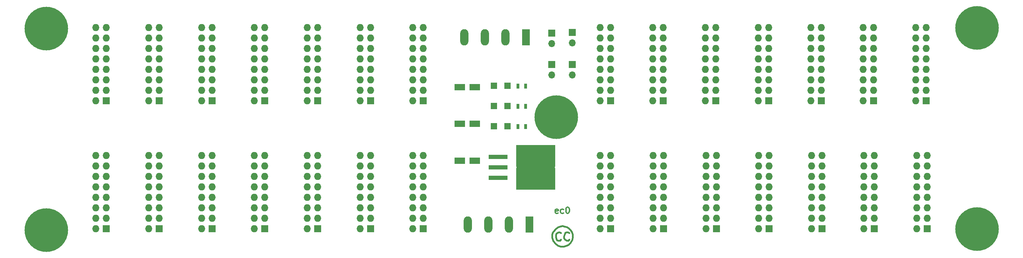
<source format=gbr>
G04 #@! TF.FileFunction,Copper,L1,Top,Signal*
%FSLAX46Y46*%
G04 Gerber Fmt 4.6, Leading zero omitted, Abs format (unit mm)*
G04 Created by KiCad (PCBNEW 4.0.7+dfsg1-1ubuntu2) date Sat Apr 28 09:11:57 2018*
%MOMM*%
%LPD*%
G01*
G04 APERTURE LIST*
%ADD10C,0.100000*%
%ADD11C,0.300000*%
%ADD12C,0.381000*%
%ADD13C,10.600000*%
%ADD14C,0.700000*%
%ADD15R,2.600000X1.600000*%
%ADD16R,1.500000X1.500000*%
%ADD17R,1.980000X3.960000*%
%ADD18O,1.980000X3.960000*%
%ADD19R,1.700000X1.700000*%
%ADD20O,1.700000X1.700000*%
%ADD21R,0.700000X1.300000*%
%ADD22R,4.600000X1.100000*%
%ADD23R,9.400000X10.800000*%
%ADD24R,4.550000X5.250000*%
%ADD25R,1.727200X1.727200*%
%ADD26O,1.727200X1.727200*%
G04 APERTURE END LIST*
D10*
D11*
X154278572Y-144507143D02*
X154135715Y-144578571D01*
X153850001Y-144578571D01*
X153707144Y-144507143D01*
X153635715Y-144364286D01*
X153635715Y-143792857D01*
X153707144Y-143650000D01*
X153850001Y-143578571D01*
X154135715Y-143578571D01*
X154278572Y-143650000D01*
X154350001Y-143792857D01*
X154350001Y-143935714D01*
X153635715Y-144078571D01*
X155635715Y-144507143D02*
X155492858Y-144578571D01*
X155207144Y-144578571D01*
X155064286Y-144507143D01*
X154992858Y-144435714D01*
X154921429Y-144292857D01*
X154921429Y-143864286D01*
X154992858Y-143721429D01*
X155064286Y-143650000D01*
X155207144Y-143578571D01*
X155492858Y-143578571D01*
X155635715Y-143650000D01*
X156564286Y-143078571D02*
X156707143Y-143078571D01*
X156850000Y-143150000D01*
X156921429Y-143221429D01*
X156992858Y-143364286D01*
X157064286Y-143650000D01*
X157064286Y-144007143D01*
X156992858Y-144292857D01*
X156921429Y-144435714D01*
X156850000Y-144507143D01*
X156707143Y-144578571D01*
X156564286Y-144578571D01*
X156421429Y-144507143D01*
X156350000Y-144435714D01*
X156278572Y-144292857D01*
X156207143Y-144007143D01*
X156207143Y-143650000D01*
X156278572Y-143364286D01*
X156350000Y-143221429D01*
X156421429Y-143150000D01*
X156564286Y-143078571D01*
D12*
X156975200Y-149399900D02*
X156876140Y-149300840D01*
X156876140Y-149300840D02*
X156675480Y-149199240D01*
X156675480Y-149199240D02*
X156375760Y-149199240D01*
X156375760Y-149199240D02*
X156076040Y-149300840D01*
X156076040Y-149300840D02*
X155875380Y-149699620D01*
X155875380Y-149699620D02*
X155773780Y-150200000D01*
X155773780Y-150200000D02*
X155773780Y-150598780D01*
X155773780Y-150598780D02*
X155974440Y-151000100D01*
X155974440Y-151000100D02*
X156375760Y-151200760D01*
X156375760Y-151200760D02*
X156573880Y-151200760D01*
X156573880Y-151200760D02*
X156876140Y-151200760D01*
X156876140Y-151200760D02*
X156975200Y-151000100D01*
X154976220Y-149399900D02*
X154874620Y-149300840D01*
X154874620Y-149300840D02*
X154574900Y-149199240D01*
X154574900Y-149199240D02*
X154176120Y-149300840D01*
X154176120Y-149300840D02*
X153873860Y-149498960D01*
X153873860Y-149498960D02*
X153774800Y-149900280D01*
X153774800Y-149900280D02*
X153774800Y-150299060D01*
X153774800Y-150299060D02*
X153873860Y-150799440D01*
X153873860Y-150799440D02*
X154074520Y-151099160D01*
X154074520Y-151099160D02*
X154374240Y-151200760D01*
X154374240Y-151200760D02*
X154775560Y-151200760D01*
X154775560Y-151200760D02*
X154976220Y-151000100D01*
X155375000Y-147700640D02*
X155275940Y-147700640D01*
X155275940Y-147700640D02*
X154673960Y-147799700D01*
X154673960Y-147799700D02*
X154176120Y-148000360D01*
X154176120Y-148000360D02*
X153675740Y-148399140D01*
X153675740Y-148399140D02*
X153175360Y-149001120D01*
X153175360Y-149001120D02*
X152974700Y-149399900D01*
X152974700Y-149399900D02*
X152875640Y-149900280D01*
X152875640Y-149900280D02*
X152875640Y-150499720D01*
X152875640Y-150499720D02*
X153073760Y-151299820D01*
X153073760Y-151299820D02*
X153675740Y-152000860D01*
X153675740Y-152000860D02*
X154176120Y-152399640D01*
X154176120Y-152399640D02*
X154874620Y-152699360D01*
X154874620Y-152699360D02*
X155674720Y-152699360D01*
X155674720Y-152699360D02*
X156274160Y-152501240D01*
X156274160Y-152501240D02*
X156876140Y-152198980D01*
X156876140Y-152198980D02*
X157373980Y-151701140D01*
X157373980Y-151701140D02*
X157775300Y-151000100D01*
X157775300Y-151000100D02*
X157874360Y-150400660D01*
X157874360Y-150400660D02*
X157874360Y-149801220D01*
X157874360Y-149801220D02*
X157676240Y-149199240D01*
X157676240Y-149199240D02*
X157373980Y-148698860D01*
X157373980Y-148698860D02*
X156876140Y-148201020D01*
X156876140Y-148201020D02*
X156375760Y-147898760D01*
X156375760Y-147898760D02*
X155974440Y-147799700D01*
X155974440Y-147799700D02*
X155375000Y-147700640D01*
X156975200Y-149399900D02*
X156876140Y-149300840D01*
X156876140Y-149300840D02*
X156675480Y-149199240D01*
X156675480Y-149199240D02*
X156375760Y-149199240D01*
X156375760Y-149199240D02*
X156076040Y-149300840D01*
X156076040Y-149300840D02*
X155875380Y-149699620D01*
X155875380Y-149699620D02*
X155773780Y-150200000D01*
X155773780Y-150200000D02*
X155773780Y-150598780D01*
X155773780Y-150598780D02*
X155974440Y-151000100D01*
X155974440Y-151000100D02*
X156375760Y-151200760D01*
X156375760Y-151200760D02*
X156573880Y-151200760D01*
X156573880Y-151200760D02*
X156876140Y-151200760D01*
X156876140Y-151200760D02*
X156975200Y-151000100D01*
X154976220Y-149399900D02*
X154874620Y-149300840D01*
X154874620Y-149300840D02*
X154574900Y-149199240D01*
X154574900Y-149199240D02*
X154176120Y-149300840D01*
X154176120Y-149300840D02*
X153873860Y-149498960D01*
X153873860Y-149498960D02*
X153774800Y-149900280D01*
X153774800Y-149900280D02*
X153774800Y-150299060D01*
X153774800Y-150299060D02*
X153873860Y-150799440D01*
X153873860Y-150799440D02*
X154074520Y-151099160D01*
X154074520Y-151099160D02*
X154374240Y-151200760D01*
X154374240Y-151200760D02*
X154775560Y-151200760D01*
X154775560Y-151200760D02*
X154976220Y-151000100D01*
X155375000Y-147700640D02*
X155275940Y-147700640D01*
X155275940Y-147700640D02*
X154673960Y-147799700D01*
X154673960Y-147799700D02*
X154176120Y-148000360D01*
X154176120Y-148000360D02*
X153675740Y-148399140D01*
X153675740Y-148399140D02*
X153175360Y-149001120D01*
X153175360Y-149001120D02*
X152974700Y-149399900D01*
X152974700Y-149399900D02*
X152875640Y-149900280D01*
X152875640Y-149900280D02*
X152875640Y-150499720D01*
X152875640Y-150499720D02*
X153073760Y-151299820D01*
X153073760Y-151299820D02*
X153675740Y-152000860D01*
X153675740Y-152000860D02*
X154176120Y-152399640D01*
X154176120Y-152399640D02*
X154874620Y-152699360D01*
X154874620Y-152699360D02*
X155674720Y-152699360D01*
X155674720Y-152699360D02*
X156274160Y-152501240D01*
X156274160Y-152501240D02*
X156876140Y-152198980D01*
X156876140Y-152198980D02*
X157373980Y-151701140D01*
X157373980Y-151701140D02*
X157775300Y-151000100D01*
X157775300Y-151000100D02*
X157874360Y-150400660D01*
X157874360Y-150400660D02*
X157874360Y-149801220D01*
X157874360Y-149801220D02*
X157676240Y-149199240D01*
X157676240Y-149199240D02*
X157373980Y-148698860D01*
X157373980Y-148698860D02*
X156876140Y-148201020D01*
X156876140Y-148201020D02*
X156375760Y-147898760D01*
X156375760Y-147898760D02*
X155974440Y-147799700D01*
X155974440Y-147799700D02*
X155375000Y-147700640D01*
D13*
X256135749Y-99550000D03*
D14*
X260110749Y-99550000D03*
X258946498Y-102360749D03*
X256135749Y-103525000D03*
X253325000Y-102360749D03*
X252160749Y-99550000D03*
X253325000Y-96739251D03*
X256135749Y-95575000D03*
X258946498Y-96739251D03*
D13*
X256135749Y-148460749D03*
D14*
X260110749Y-148460749D03*
X258946498Y-151271498D03*
X256135749Y-152435749D03*
X253325000Y-151271498D03*
X252160749Y-148460749D03*
X253325000Y-145650000D03*
X256135749Y-144485749D03*
X258946498Y-145650000D03*
D13*
X153914251Y-121239251D03*
D14*
X157889251Y-121239251D03*
X156725000Y-124050000D03*
X153914251Y-125214251D03*
X151103502Y-124050000D03*
X149939251Y-121239251D03*
X151103502Y-118428502D03*
X153914251Y-117264251D03*
X156725000Y-118428502D03*
D13*
X29885749Y-148660749D03*
D14*
X33860749Y-148660749D03*
X32696498Y-151471498D03*
X29885749Y-152635749D03*
X27075000Y-151471498D03*
X25910749Y-148660749D03*
X27075000Y-145850000D03*
X29885749Y-144685749D03*
X32696498Y-145850000D03*
D15*
X134025000Y-113950000D03*
X130425000Y-113950000D03*
X130425000Y-122835000D03*
X134025000Y-122835000D03*
X130425000Y-131850000D03*
X134025000Y-131850000D03*
D16*
X142000000Y-113625000D03*
X138700000Y-113625000D03*
X142000000Y-118550000D03*
X138700000Y-118550000D03*
X142000000Y-123450000D03*
X138700000Y-123450000D03*
D17*
X146500000Y-101850000D03*
D18*
X141500000Y-101850000D03*
X131500000Y-101850000D03*
X136500000Y-101850000D03*
D17*
X147350000Y-147350000D03*
D18*
X142350000Y-147350000D03*
X132350000Y-147350000D03*
X137350000Y-147350000D03*
D19*
X152750000Y-100875000D03*
D20*
X152750000Y-103415000D03*
D19*
X152750000Y-108425000D03*
D20*
X152750000Y-110965000D03*
D19*
X157800000Y-100650000D03*
D20*
X157800000Y-103190000D03*
D19*
X157800000Y-108425000D03*
D20*
X157800000Y-110965000D03*
D21*
X144550000Y-113675000D03*
X146450000Y-113675000D03*
X144550000Y-118600000D03*
X146450000Y-118600000D03*
X144550000Y-123500000D03*
X146450000Y-123500000D03*
D13*
X29885749Y-99750000D03*
D14*
X33860749Y-99750000D03*
X32696498Y-102560749D03*
X29885749Y-103725000D03*
X27075000Y-102560749D03*
X25910749Y-99750000D03*
X27075000Y-96939251D03*
X29885749Y-95775000D03*
X32696498Y-96939251D03*
D22*
X139725000Y-130900000D03*
X139725000Y-133440000D03*
X139725000Y-135980000D03*
D23*
X148875000Y-133440000D03*
D24*
X151300000Y-136215000D03*
X146450000Y-130665000D03*
X151300000Y-130665000D03*
X146450000Y-136215000D03*
D25*
X244049998Y-148369999D03*
D26*
X241509998Y-148369999D03*
X244049998Y-145829999D03*
X241509998Y-145829999D03*
X244049998Y-143289999D03*
X241509998Y-143289999D03*
X244049998Y-140749999D03*
X241509998Y-140749999D03*
X244049998Y-138209999D03*
X241509998Y-138209999D03*
X244049998Y-135669999D03*
X241509998Y-135669999D03*
X244049998Y-133129999D03*
X241509998Y-133129999D03*
X244049998Y-130589999D03*
X241509998Y-130589999D03*
D25*
X121574988Y-148369999D03*
D26*
X119034988Y-148369999D03*
X121574988Y-145829999D03*
X119034988Y-145829999D03*
X121574988Y-143289999D03*
X119034988Y-143289999D03*
X121574988Y-140749999D03*
X119034988Y-140749999D03*
X121574988Y-138209999D03*
X119034988Y-138209999D03*
X121574988Y-135669999D03*
X119034988Y-135669999D03*
X121574988Y-133129999D03*
X119034988Y-133129999D03*
X121574988Y-130589999D03*
X119034988Y-130589999D03*
D25*
X243799998Y-117310001D03*
D26*
X241259998Y-117310001D03*
X243799998Y-114770001D03*
X241259998Y-114770001D03*
X243799998Y-112230001D03*
X241259998Y-112230001D03*
X243799998Y-109690001D03*
X241259998Y-109690001D03*
X243799998Y-107150001D03*
X241259998Y-107150001D03*
X243799998Y-104610001D03*
X241259998Y-104610001D03*
X243799998Y-102070001D03*
X241259998Y-102070001D03*
X243799998Y-99530001D03*
X241259998Y-99530001D03*
D25*
X121574988Y-117310001D03*
D26*
X119034988Y-117310001D03*
X121574988Y-114770001D03*
X119034988Y-114770001D03*
X121574988Y-112230001D03*
X119034988Y-112230001D03*
X121574988Y-109690001D03*
X119034988Y-109690001D03*
X121574988Y-107150001D03*
X119034988Y-107150001D03*
X121574988Y-104610001D03*
X119034988Y-104610001D03*
X121574988Y-102070001D03*
X119034988Y-102070001D03*
X121574988Y-99530001D03*
X119034988Y-99530001D03*
D25*
X231204165Y-148369999D03*
D26*
X228664165Y-148369999D03*
X231204165Y-145829999D03*
X228664165Y-145829999D03*
X231204165Y-143289999D03*
X228664165Y-143289999D03*
X231204165Y-140749999D03*
X228664165Y-140749999D03*
X231204165Y-138209999D03*
X228664165Y-138209999D03*
X231204165Y-135669999D03*
X228664165Y-135669999D03*
X231204165Y-133129999D03*
X228664165Y-133129999D03*
X231204165Y-130589999D03*
X228664165Y-130589999D03*
D25*
X108728836Y-148369999D03*
D26*
X106188836Y-148369999D03*
X108728836Y-145829999D03*
X106188836Y-145829999D03*
X108728836Y-143289999D03*
X106188836Y-143289999D03*
X108728836Y-140749999D03*
X106188836Y-140749999D03*
X108728836Y-138209999D03*
X106188836Y-138209999D03*
X108728836Y-135669999D03*
X106188836Y-135669999D03*
X108728836Y-133129999D03*
X106188836Y-133129999D03*
X108728836Y-130589999D03*
X106188836Y-130589999D03*
D25*
X230991665Y-117310001D03*
D26*
X228451665Y-117310001D03*
X230991665Y-114770001D03*
X228451665Y-114770001D03*
X230991665Y-112230001D03*
X228451665Y-112230001D03*
X230991665Y-109690001D03*
X228451665Y-109690001D03*
X230991665Y-107150001D03*
X228451665Y-107150001D03*
X230991665Y-104610001D03*
X228451665Y-104610001D03*
X230991665Y-102070001D03*
X228451665Y-102070001D03*
X230991665Y-99530001D03*
X228451665Y-99530001D03*
D25*
X108728836Y-117310001D03*
D26*
X106188836Y-117310001D03*
X108728836Y-114770001D03*
X106188836Y-114770001D03*
X108728836Y-112230001D03*
X106188836Y-112230001D03*
X108728836Y-109690001D03*
X106188836Y-109690001D03*
X108728836Y-107150001D03*
X106188836Y-107150001D03*
X108728836Y-104610001D03*
X106188836Y-104610001D03*
X108728836Y-102070001D03*
X106188836Y-102070001D03*
X108728836Y-99530001D03*
X106188836Y-99530001D03*
D25*
X218458332Y-148369999D03*
D26*
X215918332Y-148369999D03*
X218458332Y-145829999D03*
X215918332Y-145829999D03*
X218458332Y-143289999D03*
X215918332Y-143289999D03*
X218458332Y-140749999D03*
X215918332Y-140749999D03*
X218458332Y-138209999D03*
X215918332Y-138209999D03*
X218458332Y-135669999D03*
X215918332Y-135669999D03*
X218458332Y-133129999D03*
X215918332Y-133129999D03*
X218458332Y-130589999D03*
X215918332Y-130589999D03*
D25*
X95882684Y-148369999D03*
D26*
X93342684Y-148369999D03*
X95882684Y-145829999D03*
X93342684Y-145829999D03*
X95882684Y-143289999D03*
X93342684Y-143289999D03*
X95882684Y-140749999D03*
X93342684Y-140749999D03*
X95882684Y-138209999D03*
X93342684Y-138209999D03*
X95882684Y-135669999D03*
X93342684Y-135669999D03*
X95882684Y-133129999D03*
X93342684Y-133129999D03*
X95882684Y-130589999D03*
X93342684Y-130589999D03*
D25*
X218283332Y-117310001D03*
D26*
X215743332Y-117310001D03*
X218283332Y-114770001D03*
X215743332Y-114770001D03*
X218283332Y-112230001D03*
X215743332Y-112230001D03*
X218283332Y-109690001D03*
X215743332Y-109690001D03*
X218283332Y-107150001D03*
X215743332Y-107150001D03*
X218283332Y-104610001D03*
X215743332Y-104610001D03*
X218283332Y-102070001D03*
X215743332Y-102070001D03*
X218283332Y-99530001D03*
X215743332Y-99530001D03*
D25*
X95882684Y-117310001D03*
D26*
X93342684Y-117310001D03*
X95882684Y-114770001D03*
X93342684Y-114770001D03*
X95882684Y-112230001D03*
X93342684Y-112230001D03*
X95882684Y-109690001D03*
X93342684Y-109690001D03*
X95882684Y-107150001D03*
X93342684Y-107150001D03*
X95882684Y-104610001D03*
X93342684Y-104610001D03*
X95882684Y-102070001D03*
X93342684Y-102070001D03*
X95882684Y-99530001D03*
X93342684Y-99530001D03*
D25*
X205637499Y-148369999D03*
D26*
X203097499Y-148369999D03*
X205637499Y-145829999D03*
X203097499Y-145829999D03*
X205637499Y-143289999D03*
X203097499Y-143289999D03*
X205637499Y-140749999D03*
X203097499Y-140749999D03*
X205637499Y-138209999D03*
X203097499Y-138209999D03*
X205637499Y-135669999D03*
X203097499Y-135669999D03*
X205637499Y-133129999D03*
X203097499Y-133129999D03*
X205637499Y-130589999D03*
X203097499Y-130589999D03*
D25*
X83036532Y-148369999D03*
D26*
X80496532Y-148369999D03*
X83036532Y-145829999D03*
X80496532Y-145829999D03*
X83036532Y-143289999D03*
X80496532Y-143289999D03*
X83036532Y-140749999D03*
X80496532Y-140749999D03*
X83036532Y-138209999D03*
X80496532Y-138209999D03*
X83036532Y-135669999D03*
X80496532Y-135669999D03*
X83036532Y-133129999D03*
X80496532Y-133129999D03*
X83036532Y-130589999D03*
X80496532Y-130589999D03*
D25*
X205499999Y-117310001D03*
D26*
X202959999Y-117310001D03*
X205499999Y-114770001D03*
X202959999Y-114770001D03*
X205499999Y-112230001D03*
X202959999Y-112230001D03*
X205499999Y-109690001D03*
X202959999Y-109690001D03*
X205499999Y-107150001D03*
X202959999Y-107150001D03*
X205499999Y-104610001D03*
X202959999Y-104610001D03*
X205499999Y-102070001D03*
X202959999Y-102070001D03*
X205499999Y-99530001D03*
X202959999Y-99530001D03*
D25*
X83036532Y-117310001D03*
D26*
X80496532Y-117310001D03*
X83036532Y-114770001D03*
X80496532Y-114770001D03*
X83036532Y-112230001D03*
X80496532Y-112230001D03*
X83036532Y-109690001D03*
X80496532Y-109690001D03*
X83036532Y-107150001D03*
X80496532Y-107150001D03*
X83036532Y-104610001D03*
X80496532Y-104610001D03*
X83036532Y-102070001D03*
X80496532Y-102070001D03*
X83036532Y-99530001D03*
X80496532Y-99530001D03*
D25*
X192791666Y-148369999D03*
D26*
X190251666Y-148369999D03*
X192791666Y-145829999D03*
X190251666Y-145829999D03*
X192791666Y-143289999D03*
X190251666Y-143289999D03*
X192791666Y-140749999D03*
X190251666Y-140749999D03*
X192791666Y-138209999D03*
X190251666Y-138209999D03*
X192791666Y-135669999D03*
X190251666Y-135669999D03*
X192791666Y-133129999D03*
X190251666Y-133129999D03*
X192791666Y-130589999D03*
X190251666Y-130589999D03*
D25*
X70190380Y-148369999D03*
D26*
X67650380Y-148369999D03*
X70190380Y-145829999D03*
X67650380Y-145829999D03*
X70190380Y-143289999D03*
X67650380Y-143289999D03*
X70190380Y-140749999D03*
X67650380Y-140749999D03*
X70190380Y-138209999D03*
X67650380Y-138209999D03*
X70190380Y-135669999D03*
X67650380Y-135669999D03*
X70190380Y-133129999D03*
X67650380Y-133129999D03*
X70190380Y-130589999D03*
X67650380Y-130589999D03*
D25*
X192691666Y-117310001D03*
D26*
X190151666Y-117310001D03*
X192691666Y-114770001D03*
X190151666Y-114770001D03*
X192691666Y-112230001D03*
X190151666Y-112230001D03*
X192691666Y-109690001D03*
X190151666Y-109690001D03*
X192691666Y-107150001D03*
X190151666Y-107150001D03*
X192691666Y-104610001D03*
X190151666Y-104610001D03*
X192691666Y-102070001D03*
X190151666Y-102070001D03*
X192691666Y-99530001D03*
X190151666Y-99530001D03*
D25*
X70190380Y-117310001D03*
D26*
X67650380Y-117310001D03*
X70190380Y-114770001D03*
X67650380Y-114770001D03*
X70190380Y-112230001D03*
X67650380Y-112230001D03*
X70190380Y-109690001D03*
X67650380Y-109690001D03*
X70190380Y-107150001D03*
X67650380Y-107150001D03*
X70190380Y-104610001D03*
X67650380Y-104610001D03*
X70190380Y-102070001D03*
X67650380Y-102070001D03*
X70190380Y-99530001D03*
X67650380Y-99530001D03*
D25*
X179945833Y-148369999D03*
D26*
X177405833Y-148369999D03*
X179945833Y-145829999D03*
X177405833Y-145829999D03*
X179945833Y-143289999D03*
X177405833Y-143289999D03*
X179945833Y-140749999D03*
X177405833Y-140749999D03*
X179945833Y-138209999D03*
X177405833Y-138209999D03*
X179945833Y-135669999D03*
X177405833Y-135669999D03*
X179945833Y-133129999D03*
X177405833Y-133129999D03*
X179945833Y-130589999D03*
X177405833Y-130589999D03*
D25*
X57344228Y-148369999D03*
D26*
X54804228Y-148369999D03*
X57344228Y-145829999D03*
X54804228Y-145829999D03*
X57344228Y-143289999D03*
X54804228Y-143289999D03*
X57344228Y-140749999D03*
X54804228Y-140749999D03*
X57344228Y-138209999D03*
X54804228Y-138209999D03*
X57344228Y-135669999D03*
X54804228Y-135669999D03*
X57344228Y-133129999D03*
X54804228Y-133129999D03*
X57344228Y-130589999D03*
X54804228Y-130589999D03*
D25*
X179883333Y-117310001D03*
D26*
X177343333Y-117310001D03*
X179883333Y-114770001D03*
X177343333Y-114770001D03*
X179883333Y-112230001D03*
X177343333Y-112230001D03*
X179883333Y-109690001D03*
X177343333Y-109690001D03*
X179883333Y-107150001D03*
X177343333Y-107150001D03*
X179883333Y-104610001D03*
X177343333Y-104610001D03*
X179883333Y-102070001D03*
X177343333Y-102070001D03*
X179883333Y-99530001D03*
X177343333Y-99530001D03*
D25*
X57344228Y-117310001D03*
D26*
X54804228Y-117310001D03*
X57344228Y-114770001D03*
X54804228Y-114770001D03*
X57344228Y-112230001D03*
X54804228Y-112230001D03*
X57344228Y-109690001D03*
X54804228Y-109690001D03*
X57344228Y-107150001D03*
X54804228Y-107150001D03*
X57344228Y-104610001D03*
X54804228Y-104610001D03*
X57344228Y-102070001D03*
X54804228Y-102070001D03*
X57344228Y-99530001D03*
X54804228Y-99530001D03*
D25*
X167125000Y-148369999D03*
D26*
X164585000Y-148369999D03*
X167125000Y-145829999D03*
X164585000Y-145829999D03*
X167125000Y-143289999D03*
X164585000Y-143289999D03*
X167125000Y-140749999D03*
X164585000Y-140749999D03*
X167125000Y-138209999D03*
X164585000Y-138209999D03*
X167125000Y-135669999D03*
X164585000Y-135669999D03*
X167125000Y-133129999D03*
X164585000Y-133129999D03*
X167125000Y-130589999D03*
X164585000Y-130589999D03*
D25*
X44498076Y-148369999D03*
D26*
X41958076Y-148369999D03*
X44498076Y-145829999D03*
X41958076Y-145829999D03*
X44498076Y-143289999D03*
X41958076Y-143289999D03*
X44498076Y-140749999D03*
X41958076Y-140749999D03*
X44498076Y-138209999D03*
X41958076Y-138209999D03*
X44498076Y-135669999D03*
X41958076Y-135669999D03*
X44498076Y-133129999D03*
X41958076Y-133129999D03*
X44498076Y-130589999D03*
X41958076Y-130589999D03*
D25*
X167100000Y-117310001D03*
D26*
X164560000Y-117310001D03*
X167100000Y-114770001D03*
X164560000Y-114770001D03*
X167100000Y-112230001D03*
X164560000Y-112230001D03*
X167100000Y-109690001D03*
X164560000Y-109690001D03*
X167100000Y-107150001D03*
X164560000Y-107150001D03*
X167100000Y-104610001D03*
X164560000Y-104610001D03*
X167100000Y-102070001D03*
X164560000Y-102070001D03*
X167100000Y-99530001D03*
X164560000Y-99530001D03*
D25*
X44498076Y-117310001D03*
D26*
X41958076Y-117310001D03*
X44498076Y-114770001D03*
X41958076Y-114770001D03*
X44498076Y-112230001D03*
X41958076Y-112230001D03*
X44498076Y-109690001D03*
X41958076Y-109690001D03*
X44498076Y-107150001D03*
X41958076Y-107150001D03*
X44498076Y-104610001D03*
X41958076Y-104610001D03*
X44498076Y-102070001D03*
X41958076Y-102070001D03*
X44498076Y-99530001D03*
X41958076Y-99530001D03*
M02*

</source>
